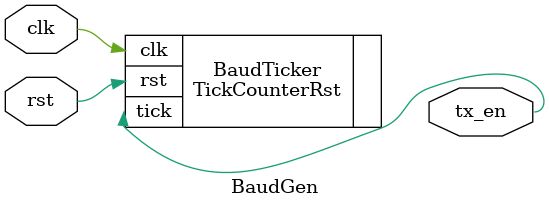
<source format=v>


`timescale 1ns / 100ps

module BaudGen (

   input  wire clk,        // assume 100 MHz input clock
   input  wire rst,
   output wire tx_en       // 9.6 kHz baud "tick"

   ) ;

   TickCounterRst #(.MAX(10414))  BaudTicker ( .clk(clk), .rst(rst), .tick(tx_en) ) ;

endmodule


</source>
